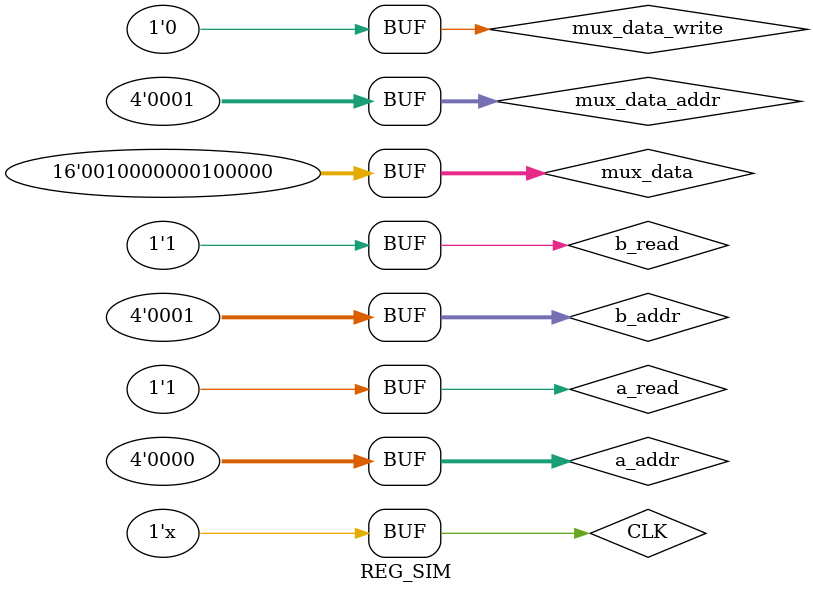
<source format=v>
`timescale 1ns / 1ps

module REG_SIM();

//Inputs to UUT
reg         CLK;

reg [15:0]  mux_data;
reg [3:0]   mux_data_addr;
reg         mux_data_write;

reg [3:0]   a_addr;
reg         a_read;

reg [3:0]   b_addr;
reg         b_read;

//Outputs to UUT
wire [15:0] a_data;
wire [15:0] b_data;

wire [2:0] flag;

REGBANK UUT(
.CLK            (CLK),
.mux_data       (mux_data),
.mux_data_addr  (mux_data_addr),
.mux_data_write (mux_data_write),

.a_addr         (a_addr),
.a_read         (a_read),

.b_addr         (b_addr),
.b_read         (b_read),

.a_data         (a_data),
.b_data         (b_data),

.flag           (flag)


);

//For CLK generation
always #5 CLK = ~CLK;
initial CLK = 1'b0;

initial begin
    //#5;
    mux_data = 16'h1010;
    mux_data_addr = 4'h0;
    
    mux_data_write = 1'b1;
    
    
    #10;    //simulates controller changing states
    mux_data_write = 1'b0;
    #10;
 
    mux_data = 16'h2020;
    mux_data_addr = 4'h1;
    
    mux_data_write = 1'b1;
    
    #10     //change state
    mux_data_write = 1'b0;
    
    a_addr = 4'h0;
    a_read = 1'b1;
    
    b_addr = 4'h1;
    b_read = 1'b1;
    
    /*
    #15 b_read = 0;
    
    #10 b_read = 1;
    #10 a_read = 0;
    #10 a_read = 1;
    */


/*
    mux_data = 16'h1010;
    mux_data_addr = 4'h0;
    
    {mux_data_write, a_read, b_read} = 3'b100;
    
    #20;
    
    mux_data = 16'h2020;
    mux_data_addr = 4'h1;
    
    #20;
    a_addr = 4'h0;
    {mux_data_write, a_read, b_read} = 3'b010;
    
    #20;
    b_addr = 4'h1;
    {mux_data_write, a_read, b_read} = 3'b001;
    
    //{mux_data_write, a_read, b_read} = 3'b011;

*/
end


endmodule

</source>
